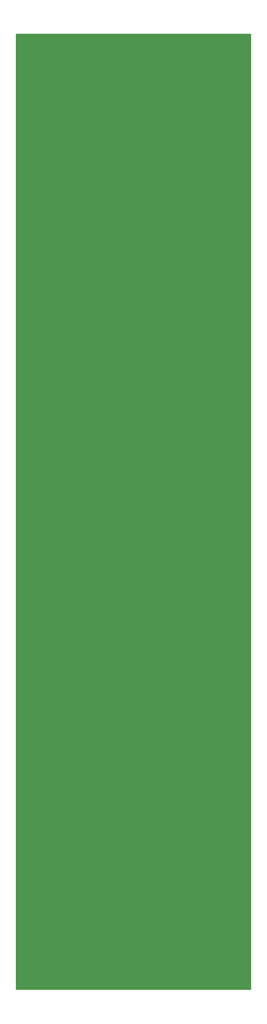
<source format=gbr>
%TF.GenerationSoftware,KiCad,Pcbnew,8.0.2*%
%TF.CreationDate,2024-06-03T22:39:04+02:00*%
%TF.ProjectId,Buffered Mult,42756666-6572-4656-9420-4d756c742e6b,1*%
%TF.SameCoordinates,Original*%
%TF.FileFunction,Copper,L1,Top*%
%TF.FilePolarity,Positive*%
%FSLAX46Y46*%
G04 Gerber Fmt 4.6, Leading zero omitted, Abs format (unit mm)*
G04 Created by KiCad (PCBNEW 8.0.2) date 2024-06-03 22:39:04*
%MOMM*%
%LPD*%
G01*
G04 APERTURE LIST*
%TA.AperFunction,ComponentPad*%
%ADD10C,0.500000*%
%TD*%
%TA.AperFunction,ConnectorPad*%
%ADD11C,13.000000*%
%TD*%
%TA.AperFunction,ComponentPad*%
%ADD12C,4.000000*%
%TD*%
G04 APERTURE END LIST*
D10*
%TO.P,H18,1,1*%
%TO.N,GND*%
X104300000Y-189500000D03*
X105960000Y-185470000D03*
X105970000Y-193540000D03*
X110000000Y-183800000D03*
D11*
X110000000Y-189500000D03*
D10*
X110000000Y-195200000D03*
X114030000Y-193540000D03*
X114040000Y-185470000D03*
X115700000Y-189500000D03*
%TD*%
%TO.P,H17,1,1*%
%TO.N,GND*%
X84300000Y-189500000D03*
X85960000Y-185470000D03*
X85970000Y-193540000D03*
X90000000Y-183800000D03*
D11*
X90000000Y-189500000D03*
D10*
X90000000Y-195200000D03*
X94030000Y-193540000D03*
X94040000Y-185470000D03*
X95700000Y-189500000D03*
%TD*%
%TO.P,H15,1,1*%
%TO.N,GND*%
X84300000Y-173000000D03*
X85960000Y-168970000D03*
X85970000Y-177040000D03*
X90000000Y-167300000D03*
D11*
X90000000Y-173000000D03*
D10*
X90000000Y-178700000D03*
X94030000Y-177040000D03*
X94040000Y-168970000D03*
X95700000Y-173000000D03*
%TD*%
%TO.P,H16,1,1*%
%TO.N,GND*%
X104300000Y-173000000D03*
X105960000Y-168970000D03*
X105970000Y-177040000D03*
X110000000Y-167300000D03*
D11*
X110000000Y-173000000D03*
D10*
X110000000Y-178700000D03*
X114030000Y-177040000D03*
X114040000Y-168970000D03*
X115700000Y-173000000D03*
%TD*%
%TO.P,H20,1,1*%
%TO.N,GND*%
X104300000Y-206000000D03*
X105960000Y-201970000D03*
X105970000Y-210040000D03*
X110000000Y-200300000D03*
D11*
X110000000Y-206000000D03*
D10*
X110000000Y-211700000D03*
X114030000Y-210040000D03*
X114040000Y-201970000D03*
X115700000Y-206000000D03*
%TD*%
%TO.P,H19,1,1*%
%TO.N,GND*%
X84300000Y-206000000D03*
X85960000Y-201970000D03*
X85970000Y-210040000D03*
X90000000Y-200300000D03*
D11*
X90000000Y-206000000D03*
D10*
X90000000Y-211700000D03*
X94030000Y-210040000D03*
X94040000Y-201970000D03*
X95700000Y-206000000D03*
%TD*%
%TO.P,H7,1,1*%
%TO.N,GND*%
X84300000Y-70500000D03*
X85960000Y-66470000D03*
X85970000Y-74540000D03*
X90000000Y-64800000D03*
D11*
X90000000Y-70500000D03*
D10*
X90000000Y-76200000D03*
X94030000Y-74540000D03*
X94040000Y-66470000D03*
X95700000Y-70500000D03*
%TD*%
%TO.P,H11,1,1*%
%TO.N,GND*%
X84300000Y-103500000D03*
X85960000Y-99470000D03*
X85970000Y-107540000D03*
X90000000Y-97800000D03*
D11*
X90000000Y-103500000D03*
D10*
X90000000Y-109200000D03*
X94030000Y-107540000D03*
X94040000Y-99470000D03*
X95700000Y-103500000D03*
%TD*%
%TO.P,H12,1,1*%
%TO.N,GND*%
X104300000Y-103500000D03*
X105960000Y-99470000D03*
X105970000Y-107540000D03*
X110000000Y-97800000D03*
D11*
X110000000Y-103500000D03*
D10*
X110000000Y-109200000D03*
X114030000Y-107540000D03*
X114040000Y-99470000D03*
X115700000Y-103500000D03*
%TD*%
%TO.P,H9,1,1*%
%TO.N,GND*%
X84300000Y-87000000D03*
X85960000Y-82970000D03*
X85970000Y-91040000D03*
X90000000Y-81300000D03*
D11*
X90000000Y-87000000D03*
D10*
X90000000Y-92700000D03*
X94030000Y-91040000D03*
X94040000Y-82970000D03*
X95700000Y-87000000D03*
%TD*%
%TO.P,H8,1,1*%
%TO.N,GND*%
X104300000Y-70500000D03*
X105960000Y-66470000D03*
X105970000Y-74540000D03*
X110000000Y-64800000D03*
D11*
X110000000Y-70500000D03*
D10*
X110000000Y-76200000D03*
X114030000Y-74540000D03*
X114040000Y-66470000D03*
X115700000Y-70500000D03*
%TD*%
%TO.P,H10,1,1*%
%TO.N,GND*%
X104300000Y-87000000D03*
X105960000Y-82970000D03*
X105970000Y-91040000D03*
X110000000Y-81300000D03*
D11*
X110000000Y-87000000D03*
D10*
X110000000Y-92700000D03*
X114030000Y-91040000D03*
X114040000Y-82970000D03*
X115700000Y-87000000D03*
%TD*%
D12*
%TO.P,H2,1,1*%
%TO.N,GND*%
X121500000Y-33500000D03*
%TD*%
D10*
%TO.P,H5,1,1*%
%TO.N,GND*%
X84300000Y-54000000D03*
X85960000Y-49970000D03*
X85970000Y-58040000D03*
X90000000Y-48300000D03*
D11*
X90000000Y-54000000D03*
D10*
X90000000Y-59700000D03*
X94030000Y-58040000D03*
X94040000Y-49970000D03*
X95700000Y-54000000D03*
%TD*%
%TO.P,H6,1,1*%
%TO.N,GND*%
X104300000Y-54000000D03*
X105960000Y-49970000D03*
X105970000Y-58040000D03*
X110000000Y-48300000D03*
D11*
X110000000Y-54000000D03*
D10*
X110000000Y-59700000D03*
X114030000Y-58040000D03*
X114040000Y-49970000D03*
X115700000Y-54000000D03*
%TD*%
D12*
%TO.P,H3,1,1*%
%TO.N,GND*%
X78500000Y-226500000D03*
%TD*%
D10*
%TO.P,H14,1,1*%
%TO.N,GND*%
X104300000Y-156500000D03*
X105960000Y-152470000D03*
X105970000Y-160540000D03*
X110000000Y-150800000D03*
D11*
X110000000Y-156500000D03*
D10*
X110000000Y-162200000D03*
X114030000Y-160540000D03*
X114040000Y-152470000D03*
X115700000Y-156500000D03*
%TD*%
D12*
%TO.P,H4,1,1*%
%TO.N,GND*%
X121500000Y-226500000D03*
%TD*%
D10*
%TO.P,H13,1,1*%
%TO.N,GND*%
X84300000Y-156500000D03*
X85960000Y-152470000D03*
X85970000Y-160540000D03*
X90000000Y-150800000D03*
D11*
X90000000Y-156500000D03*
D10*
X90000000Y-162200000D03*
X94030000Y-160540000D03*
X94040000Y-152470000D03*
X95700000Y-156500000D03*
%TD*%
D12*
%TO.P,H1,1,1*%
%TO.N,GND*%
X78500000Y-33500000D03*
%TD*%
%TA.AperFunction,Conductor*%
%TO.N,GND*%
G36*
X124442539Y-30520185D02*
G01*
X124488294Y-30572989D01*
X124499500Y-30624500D01*
X124499500Y-229375500D01*
X124479815Y-229442539D01*
X124427011Y-229488294D01*
X124375500Y-229499500D01*
X75624500Y-229499500D01*
X75557461Y-229479815D01*
X75511706Y-229427011D01*
X75500500Y-229375500D01*
X75500500Y-205999993D01*
X84594630Y-205999993D01*
X84594630Y-206000006D01*
X84614101Y-206458394D01*
X84672381Y-206913513D01*
X84769043Y-207362028D01*
X84903399Y-207800746D01*
X84903401Y-207800751D01*
X85074468Y-208226468D01*
X85074472Y-208226479D01*
X85281026Y-208636154D01*
X85281037Y-208636174D01*
X85401317Y-208831521D01*
X85521599Y-209026871D01*
X85794429Y-209395762D01*
X86097560Y-209740186D01*
X86428809Y-210057662D01*
X86785788Y-210345902D01*
X87165925Y-210602830D01*
X87566482Y-210826595D01*
X87566485Y-210826596D01*
X87566494Y-210826601D01*
X87984566Y-211015581D01*
X87984573Y-211015584D01*
X88417185Y-211168435D01*
X88861201Y-211284048D01*
X89313422Y-211361589D01*
X89454946Y-211373634D01*
X89770571Y-211400499D01*
X89770588Y-211400499D01*
X89770590Y-211400500D01*
X89770591Y-211400500D01*
X90229409Y-211400500D01*
X90229410Y-211400500D01*
X90229411Y-211400499D01*
X90229428Y-211400499D01*
X90501523Y-211377339D01*
X90686578Y-211361589D01*
X91138799Y-211284048D01*
X91582815Y-211168435D01*
X92015427Y-211015584D01*
X92433518Y-210826595D01*
X92834075Y-210602830D01*
X93214212Y-210345902D01*
X93571191Y-210057662D01*
X93902440Y-209740186D01*
X94205571Y-209395762D01*
X94478401Y-209026871D01*
X94718964Y-208636172D01*
X94925527Y-208226479D01*
X95096601Y-207800744D01*
X95230955Y-207362035D01*
X95327619Y-206913512D01*
X95385897Y-206458407D01*
X95405370Y-206000000D01*
X95405370Y-205999993D01*
X104594630Y-205999993D01*
X104594630Y-206000006D01*
X104614101Y-206458394D01*
X104672381Y-206913513D01*
X104769043Y-207362028D01*
X104903399Y-207800746D01*
X104903401Y-207800751D01*
X105074468Y-208226468D01*
X105074472Y-208226479D01*
X105281026Y-208636154D01*
X105281037Y-208636174D01*
X105401317Y-208831521D01*
X105521599Y-209026871D01*
X105794429Y-209395762D01*
X106097560Y-209740186D01*
X106428809Y-210057662D01*
X106785788Y-210345902D01*
X107165925Y-210602830D01*
X107566482Y-210826595D01*
X107566485Y-210826596D01*
X107566494Y-210826601D01*
X107984566Y-211015581D01*
X107984573Y-211015584D01*
X108417185Y-211168435D01*
X108861201Y-211284048D01*
X109313422Y-211361589D01*
X109454946Y-211373634D01*
X109770571Y-211400499D01*
X109770588Y-211400499D01*
X109770590Y-211400500D01*
X109770591Y-211400500D01*
X110229409Y-211400500D01*
X110229410Y-211400500D01*
X110229411Y-211400499D01*
X110229428Y-211400499D01*
X110501523Y-211377339D01*
X110686578Y-211361589D01*
X111138799Y-211284048D01*
X111582815Y-211168435D01*
X112015427Y-211015584D01*
X112433518Y-210826595D01*
X112834075Y-210602830D01*
X113214212Y-210345902D01*
X113571191Y-210057662D01*
X113902440Y-209740186D01*
X114205571Y-209395762D01*
X114478401Y-209026871D01*
X114718964Y-208636172D01*
X114925527Y-208226479D01*
X115096601Y-207800744D01*
X115230955Y-207362035D01*
X115327619Y-206913512D01*
X115385897Y-206458407D01*
X115405370Y-206000000D01*
X115385897Y-205541593D01*
X115327619Y-205086488D01*
X115230955Y-204637965D01*
X115096601Y-204199256D01*
X114925527Y-203773521D01*
X114925527Y-203773520D01*
X114718973Y-203363845D01*
X114718962Y-203363825D01*
X114667601Y-203280410D01*
X114478401Y-202973129D01*
X114205571Y-202604238D01*
X113902440Y-202259814D01*
X113571191Y-201942338D01*
X113214212Y-201654098D01*
X112834075Y-201397170D01*
X112811723Y-201384683D01*
X112433526Y-201173409D01*
X112433505Y-201173398D01*
X112015433Y-200984418D01*
X111582810Y-200831563D01*
X111138797Y-200715951D01*
X110686588Y-200638412D01*
X110686562Y-200638409D01*
X110229428Y-200599500D01*
X110229410Y-200599500D01*
X109770590Y-200599500D01*
X109770571Y-200599500D01*
X109313437Y-200638409D01*
X109313411Y-200638412D01*
X108861202Y-200715951D01*
X108417189Y-200831563D01*
X107984566Y-200984418D01*
X107566494Y-201173398D01*
X107566473Y-201173409D01*
X107165933Y-201397165D01*
X107165914Y-201397177D01*
X106785793Y-201654094D01*
X106428806Y-201942340D01*
X106097559Y-202259814D01*
X105794435Y-202604230D01*
X105521598Y-202973130D01*
X105281037Y-203363825D01*
X105281026Y-203363845D01*
X105074472Y-203773520D01*
X105074468Y-203773531D01*
X104903401Y-204199248D01*
X104903399Y-204199253D01*
X104769043Y-204637971D01*
X104672381Y-205086486D01*
X104614101Y-205541605D01*
X104594630Y-205999993D01*
X95405370Y-205999993D01*
X95385897Y-205541593D01*
X95327619Y-205086488D01*
X95230955Y-204637965D01*
X95096601Y-204199256D01*
X94925527Y-203773521D01*
X94925527Y-203773520D01*
X94718973Y-203363845D01*
X94718962Y-203363825D01*
X94667601Y-203280410D01*
X94478401Y-202973129D01*
X94205571Y-202604238D01*
X93902440Y-202259814D01*
X93571191Y-201942338D01*
X93214212Y-201654098D01*
X92834075Y-201397170D01*
X92811723Y-201384683D01*
X92433526Y-201173409D01*
X92433505Y-201173398D01*
X92015433Y-200984418D01*
X91582810Y-200831563D01*
X91138797Y-200715951D01*
X90686588Y-200638412D01*
X90686562Y-200638409D01*
X90229428Y-200599500D01*
X90229410Y-200599500D01*
X89770590Y-200599500D01*
X89770571Y-200599500D01*
X89313437Y-200638409D01*
X89313411Y-200638412D01*
X88861202Y-200715951D01*
X88417189Y-200831563D01*
X87984566Y-200984418D01*
X87566494Y-201173398D01*
X87566473Y-201173409D01*
X87165933Y-201397165D01*
X87165914Y-201397177D01*
X86785793Y-201654094D01*
X86428806Y-201942340D01*
X86097559Y-202259814D01*
X85794435Y-202604230D01*
X85521598Y-202973130D01*
X85281037Y-203363825D01*
X85281026Y-203363845D01*
X85074472Y-203773520D01*
X85074468Y-203773531D01*
X84903401Y-204199248D01*
X84903399Y-204199253D01*
X84769043Y-204637971D01*
X84672381Y-205086486D01*
X84614101Y-205541605D01*
X84594630Y-205999993D01*
X75500500Y-205999993D01*
X75500500Y-189499993D01*
X84594630Y-189499993D01*
X84594630Y-189500006D01*
X84614101Y-189958394D01*
X84672381Y-190413513D01*
X84769043Y-190862028D01*
X84903399Y-191300746D01*
X84903401Y-191300751D01*
X85074468Y-191726468D01*
X85074472Y-191726479D01*
X85281026Y-192136154D01*
X85281037Y-192136174D01*
X85401317Y-192331521D01*
X85521599Y-192526871D01*
X85794429Y-192895762D01*
X86097560Y-193240186D01*
X86428809Y-193557662D01*
X86785788Y-193845902D01*
X87165925Y-194102830D01*
X87566482Y-194326595D01*
X87566485Y-194326596D01*
X87566494Y-194326601D01*
X87984566Y-194515581D01*
X87984573Y-194515584D01*
X88417185Y-194668435D01*
X88861201Y-194784048D01*
X89313422Y-194861589D01*
X89454946Y-194873634D01*
X89770571Y-194900499D01*
X89770588Y-194900499D01*
X89770590Y-194900500D01*
X89770591Y-194900500D01*
X90229409Y-194900500D01*
X90229410Y-194900500D01*
X90229411Y-194900499D01*
X90229428Y-194900499D01*
X90501523Y-194877339D01*
X90686578Y-194861589D01*
X91138799Y-194784048D01*
X91582815Y-194668435D01*
X92015427Y-194515584D01*
X92433518Y-194326595D01*
X92834075Y-194102830D01*
X93214212Y-193845902D01*
X93571191Y-193557662D01*
X93902440Y-193240186D01*
X94205571Y-192895762D01*
X94478401Y-192526871D01*
X94718964Y-192136172D01*
X94925527Y-191726479D01*
X95096601Y-191300744D01*
X95230955Y-190862035D01*
X95327619Y-190413512D01*
X95385897Y-189958407D01*
X95405370Y-189500000D01*
X95405370Y-189499993D01*
X104594630Y-189499993D01*
X104594630Y-189500006D01*
X104614101Y-189958394D01*
X104672381Y-190413513D01*
X104769043Y-190862028D01*
X104903399Y-191300746D01*
X104903401Y-191300751D01*
X105074468Y-191726468D01*
X105074472Y-191726479D01*
X105281026Y-192136154D01*
X105281037Y-192136174D01*
X105401317Y-192331521D01*
X105521599Y-192526871D01*
X105794429Y-192895762D01*
X106097560Y-193240186D01*
X106428809Y-193557662D01*
X106785788Y-193845902D01*
X107165925Y-194102830D01*
X107566482Y-194326595D01*
X107566485Y-194326596D01*
X107566494Y-194326601D01*
X107984566Y-194515581D01*
X107984573Y-194515584D01*
X108417185Y-194668435D01*
X108861201Y-194784048D01*
X109313422Y-194861589D01*
X109454946Y-194873634D01*
X109770571Y-194900499D01*
X109770588Y-194900499D01*
X109770590Y-194900500D01*
X109770591Y-194900500D01*
X110229409Y-194900500D01*
X110229410Y-194900500D01*
X110229411Y-194900499D01*
X110229428Y-194900499D01*
X110501523Y-194877339D01*
X110686578Y-194861589D01*
X111138799Y-194784048D01*
X111582815Y-194668435D01*
X112015427Y-194515584D01*
X112433518Y-194326595D01*
X112834075Y-194102830D01*
X113214212Y-193845902D01*
X113571191Y-193557662D01*
X113902440Y-193240186D01*
X114205571Y-192895762D01*
X114478401Y-192526871D01*
X114718964Y-192136172D01*
X114925527Y-191726479D01*
X115096601Y-191300744D01*
X115230955Y-190862035D01*
X115327619Y-190413512D01*
X115385897Y-189958407D01*
X115405370Y-189500000D01*
X115385897Y-189041593D01*
X115327619Y-188586488D01*
X115230955Y-188137965D01*
X115096601Y-187699256D01*
X114925527Y-187273521D01*
X114925527Y-187273520D01*
X114718973Y-186863845D01*
X114718962Y-186863825D01*
X114667601Y-186780410D01*
X114478401Y-186473129D01*
X114205571Y-186104238D01*
X113902440Y-185759814D01*
X113571191Y-185442338D01*
X113214212Y-185154098D01*
X112834075Y-184897170D01*
X112811723Y-184884683D01*
X112433526Y-184673409D01*
X112433505Y-184673398D01*
X112015433Y-184484418D01*
X111582810Y-184331563D01*
X111138797Y-184215951D01*
X110686588Y-184138412D01*
X110686562Y-184138409D01*
X110229428Y-184099500D01*
X110229410Y-184099500D01*
X109770590Y-184099500D01*
X109770571Y-184099500D01*
X109313437Y-184138409D01*
X109313411Y-184138412D01*
X108861202Y-184215951D01*
X108417189Y-184331563D01*
X107984566Y-184484418D01*
X107566494Y-184673398D01*
X107566473Y-184673409D01*
X107165933Y-184897165D01*
X107165914Y-184897177D01*
X106785793Y-185154094D01*
X106428806Y-185442340D01*
X106097559Y-185759814D01*
X105794435Y-186104230D01*
X105521598Y-186473130D01*
X105281037Y-186863825D01*
X105281026Y-186863845D01*
X105074472Y-187273520D01*
X105074468Y-187273531D01*
X104903401Y-187699248D01*
X104903399Y-187699253D01*
X104769043Y-188137971D01*
X104672381Y-188586486D01*
X104614101Y-189041605D01*
X104594630Y-189499993D01*
X95405370Y-189499993D01*
X95385897Y-189041593D01*
X95327619Y-188586488D01*
X95230955Y-188137965D01*
X95096601Y-187699256D01*
X94925527Y-187273521D01*
X94925527Y-187273520D01*
X94718973Y-186863845D01*
X94718962Y-186863825D01*
X94667601Y-186780410D01*
X94478401Y-186473129D01*
X94205571Y-186104238D01*
X93902440Y-185759814D01*
X93571191Y-185442338D01*
X93214212Y-185154098D01*
X92834075Y-184897170D01*
X92811723Y-184884683D01*
X92433526Y-184673409D01*
X92433505Y-184673398D01*
X92015433Y-184484418D01*
X91582810Y-184331563D01*
X91138797Y-184215951D01*
X90686588Y-184138412D01*
X90686562Y-184138409D01*
X90229428Y-184099500D01*
X90229410Y-184099500D01*
X89770590Y-184099500D01*
X89770571Y-184099500D01*
X89313437Y-184138409D01*
X89313411Y-184138412D01*
X88861202Y-184215951D01*
X88417189Y-184331563D01*
X87984566Y-184484418D01*
X87566494Y-184673398D01*
X87566473Y-184673409D01*
X87165933Y-184897165D01*
X87165914Y-184897177D01*
X86785793Y-185154094D01*
X86428806Y-185442340D01*
X86097559Y-185759814D01*
X85794435Y-186104230D01*
X85521598Y-186473130D01*
X85281037Y-186863825D01*
X85281026Y-186863845D01*
X85074472Y-187273520D01*
X85074468Y-187273531D01*
X84903401Y-187699248D01*
X84903399Y-187699253D01*
X84769043Y-188137971D01*
X84672381Y-188586486D01*
X84614101Y-189041605D01*
X84594630Y-189499993D01*
X75500500Y-189499993D01*
X75500500Y-172999993D01*
X84594630Y-172999993D01*
X84594630Y-173000006D01*
X84614101Y-173458394D01*
X84672381Y-173913513D01*
X84769043Y-174362028D01*
X84903399Y-174800746D01*
X84903401Y-174800751D01*
X85074468Y-175226468D01*
X85074472Y-175226479D01*
X85281026Y-175636154D01*
X85281037Y-175636174D01*
X85401317Y-175831521D01*
X85521599Y-176026871D01*
X85794429Y-176395762D01*
X86097560Y-176740186D01*
X86428809Y-177057662D01*
X86785788Y-177345902D01*
X87165925Y-177602830D01*
X87566482Y-177826595D01*
X87566485Y-177826596D01*
X87566494Y-177826601D01*
X87984566Y-178015581D01*
X87984573Y-178015584D01*
X88417185Y-178168435D01*
X88861201Y-178284048D01*
X89313422Y-178361589D01*
X89454946Y-178373634D01*
X89770571Y-178400499D01*
X89770588Y-178400499D01*
X89770590Y-178400500D01*
X89770591Y-178400500D01*
X90229409Y-178400500D01*
X90229410Y-178400500D01*
X90229411Y-178400499D01*
X90229428Y-178400499D01*
X90501523Y-178377339D01*
X90686578Y-178361589D01*
X91138799Y-178284048D01*
X91582815Y-178168435D01*
X92015427Y-178015584D01*
X92433518Y-177826595D01*
X92834075Y-177602830D01*
X93214212Y-177345902D01*
X93571191Y-177057662D01*
X93902440Y-176740186D01*
X94205571Y-176395762D01*
X94478401Y-176026871D01*
X94718964Y-175636172D01*
X94925527Y-175226479D01*
X95096601Y-174800744D01*
X95230955Y-174362035D01*
X95327619Y-173913512D01*
X95385897Y-173458407D01*
X95405370Y-173000000D01*
X95405370Y-172999993D01*
X104594630Y-172999993D01*
X104594630Y-173000006D01*
X104614101Y-173458394D01*
X104672381Y-173913513D01*
X104769043Y-174362028D01*
X104903399Y-174800746D01*
X104903401Y-174800751D01*
X105074468Y-175226468D01*
X105074472Y-175226479D01*
X105281026Y-175636154D01*
X105281037Y-175636174D01*
X105401317Y-175831521D01*
X105521599Y-176026871D01*
X105794429Y-176395762D01*
X106097560Y-176740186D01*
X106428809Y-177057662D01*
X106785788Y-177345902D01*
X107165925Y-177602830D01*
X107566482Y-177826595D01*
X107566485Y-177826596D01*
X107566494Y-177826601D01*
X107984566Y-178015581D01*
X107984573Y-178015584D01*
X108417185Y-178168435D01*
X108861201Y-178284048D01*
X109313422Y-178361589D01*
X109454946Y-178373634D01*
X109770571Y-178400499D01*
X109770588Y-178400499D01*
X109770590Y-178400500D01*
X109770591Y-178400500D01*
X110229409Y-178400500D01*
X110229410Y-178400500D01*
X110229411Y-178400499D01*
X110229428Y-178400499D01*
X110501523Y-178377339D01*
X110686578Y-178361589D01*
X111138799Y-178284048D01*
X111582815Y-178168435D01*
X112015427Y-178015584D01*
X112433518Y-177826595D01*
X112834075Y-177602830D01*
X113214212Y-177345902D01*
X113571191Y-177057662D01*
X113902440Y-176740186D01*
X114205571Y-176395762D01*
X114478401Y-176026871D01*
X114718964Y-175636172D01*
X114925527Y-175226479D01*
X115096601Y-174800744D01*
X115230955Y-174362035D01*
X115327619Y-173913512D01*
X115385897Y-173458407D01*
X115405370Y-173000000D01*
X115385897Y-172541593D01*
X115327619Y-172086488D01*
X115230955Y-171637965D01*
X115096601Y-171199256D01*
X114925527Y-170773521D01*
X114925527Y-170773520D01*
X114718973Y-170363845D01*
X114718962Y-170363825D01*
X114667601Y-170280410D01*
X114478401Y-169973129D01*
X114205571Y-169604238D01*
X113902440Y-169259814D01*
X113571191Y-168942338D01*
X113214212Y-168654098D01*
X112834075Y-168397170D01*
X112811723Y-168384683D01*
X112433526Y-168173409D01*
X112433505Y-168173398D01*
X112015433Y-167984418D01*
X111582810Y-167831563D01*
X111138797Y-167715951D01*
X110686588Y-167638412D01*
X110686562Y-167638409D01*
X110229428Y-167599500D01*
X110229410Y-167599500D01*
X109770590Y-167599500D01*
X109770571Y-167599500D01*
X109313437Y-167638409D01*
X109313411Y-167638412D01*
X108861202Y-167715951D01*
X108417189Y-167831563D01*
X107984566Y-167984418D01*
X107566494Y-168173398D01*
X107566473Y-168173409D01*
X107165933Y-168397165D01*
X107165914Y-168397177D01*
X106785793Y-168654094D01*
X106428806Y-168942340D01*
X106097559Y-169259814D01*
X105794435Y-169604230D01*
X105521598Y-169973130D01*
X105281037Y-170363825D01*
X105281026Y-170363845D01*
X105074472Y-170773520D01*
X105074468Y-170773531D01*
X104903401Y-171199248D01*
X104903399Y-171199253D01*
X104769043Y-171637971D01*
X104672381Y-172086486D01*
X104614101Y-172541605D01*
X104594630Y-172999993D01*
X95405370Y-172999993D01*
X95385897Y-172541593D01*
X95327619Y-172086488D01*
X95230955Y-171637965D01*
X95096601Y-171199256D01*
X94925527Y-170773521D01*
X94925527Y-170773520D01*
X94718973Y-170363845D01*
X94718962Y-170363825D01*
X94667601Y-170280410D01*
X94478401Y-169973129D01*
X94205571Y-169604238D01*
X93902440Y-169259814D01*
X93571191Y-168942338D01*
X93214212Y-168654098D01*
X92834075Y-168397170D01*
X92811723Y-168384683D01*
X92433526Y-168173409D01*
X92433505Y-168173398D01*
X92015433Y-167984418D01*
X91582810Y-167831563D01*
X91138797Y-167715951D01*
X90686588Y-167638412D01*
X90686562Y-167638409D01*
X90229428Y-167599500D01*
X90229410Y-167599500D01*
X89770590Y-167599500D01*
X89770571Y-167599500D01*
X89313437Y-167638409D01*
X89313411Y-167638412D01*
X88861202Y-167715951D01*
X88417189Y-167831563D01*
X87984566Y-167984418D01*
X87566494Y-168173398D01*
X87566473Y-168173409D01*
X87165933Y-168397165D01*
X87165914Y-168397177D01*
X86785793Y-168654094D01*
X86428806Y-168942340D01*
X86097559Y-169259814D01*
X85794435Y-169604230D01*
X85521598Y-169973130D01*
X85281037Y-170363825D01*
X85281026Y-170363845D01*
X85074472Y-170773520D01*
X85074468Y-170773531D01*
X84903401Y-171199248D01*
X84903399Y-171199253D01*
X84769043Y-171637971D01*
X84672381Y-172086486D01*
X84614101Y-172541605D01*
X84594630Y-172999993D01*
X75500500Y-172999993D01*
X75500500Y-156499993D01*
X84594630Y-156499993D01*
X84594630Y-156500006D01*
X84614101Y-156958394D01*
X84672381Y-157413513D01*
X84769043Y-157862028D01*
X84903399Y-158300746D01*
X84903401Y-158300751D01*
X85074468Y-158726468D01*
X85074472Y-158726479D01*
X85281026Y-159136154D01*
X85281037Y-159136174D01*
X85401317Y-159331521D01*
X85521599Y-159526871D01*
X85794429Y-159895762D01*
X86097560Y-160240186D01*
X86428809Y-160557662D01*
X86785788Y-160845902D01*
X87165925Y-161102830D01*
X87566482Y-161326595D01*
X87566485Y-161326596D01*
X87566494Y-161326601D01*
X87984566Y-161515581D01*
X87984573Y-161515584D01*
X88417185Y-161668435D01*
X88861201Y-161784048D01*
X89313422Y-161861589D01*
X89454946Y-161873634D01*
X89770571Y-161900499D01*
X89770588Y-161900499D01*
X89770590Y-161900500D01*
X89770591Y-161900500D01*
X90229409Y-161900500D01*
X90229410Y-161900500D01*
X90229411Y-161900499D01*
X90229428Y-161900499D01*
X90501523Y-161877339D01*
X90686578Y-161861589D01*
X91138799Y-161784048D01*
X91582815Y-161668435D01*
X92015427Y-161515584D01*
X92433518Y-161326595D01*
X92834075Y-161102830D01*
X93214212Y-160845902D01*
X93571191Y-160557662D01*
X93902440Y-160240186D01*
X94205571Y-159895762D01*
X94478401Y-159526871D01*
X94718964Y-159136172D01*
X94925527Y-158726479D01*
X95096601Y-158300744D01*
X95230955Y-157862035D01*
X95327619Y-157413512D01*
X95385897Y-156958407D01*
X95405370Y-156500000D01*
X95405370Y-156499993D01*
X104594630Y-156499993D01*
X104594630Y-156500006D01*
X104614101Y-156958394D01*
X104672381Y-157413513D01*
X104769043Y-157862028D01*
X104903399Y-158300746D01*
X104903401Y-158300751D01*
X105074468Y-158726468D01*
X105074472Y-158726479D01*
X105281026Y-159136154D01*
X105281037Y-159136174D01*
X105401317Y-159331521D01*
X105521599Y-159526871D01*
X105794429Y-159895762D01*
X106097560Y-160240186D01*
X106428809Y-160557662D01*
X106785788Y-160845902D01*
X107165925Y-161102830D01*
X107566482Y-161326595D01*
X107566485Y-161326596D01*
X107566494Y-161326601D01*
X107984566Y-161515581D01*
X107984573Y-161515584D01*
X108417185Y-161668435D01*
X108861201Y-161784048D01*
X109313422Y-161861589D01*
X109454946Y-161873634D01*
X109770571Y-161900499D01*
X109770588Y-161900499D01*
X109770590Y-161900500D01*
X109770591Y-161900500D01*
X110229409Y-161900500D01*
X110229410Y-161900500D01*
X110229411Y-161900499D01*
X110229428Y-161900499D01*
X110501523Y-161877339D01*
X110686578Y-161861589D01*
X111138799Y-161784048D01*
X111582815Y-161668435D01*
X112015427Y-161515584D01*
X112433518Y-161326595D01*
X112834075Y-161102830D01*
X113214212Y-160845902D01*
X113571191Y-160557662D01*
X113902440Y-160240186D01*
X114205571Y-159895762D01*
X114478401Y-159526871D01*
X114718964Y-159136172D01*
X114925527Y-158726479D01*
X115096601Y-158300744D01*
X115230955Y-157862035D01*
X115327619Y-157413512D01*
X115385897Y-156958407D01*
X115405370Y-156500000D01*
X115385897Y-156041593D01*
X115327619Y-155586488D01*
X115230955Y-155137965D01*
X115096601Y-154699256D01*
X114925527Y-154273521D01*
X114925527Y-154273520D01*
X114718973Y-153863845D01*
X114718962Y-153863825D01*
X114667601Y-153780410D01*
X114478401Y-153473129D01*
X114205571Y-153104238D01*
X113902440Y-152759814D01*
X113571191Y-152442338D01*
X113214212Y-152154098D01*
X112834075Y-151897170D01*
X112811723Y-151884683D01*
X112433526Y-151673409D01*
X112433505Y-151673398D01*
X112015433Y-151484418D01*
X111582810Y-151331563D01*
X111138797Y-151215951D01*
X110686588Y-151138412D01*
X110686562Y-151138409D01*
X110229428Y-151099500D01*
X110229410Y-151099500D01*
X109770590Y-151099500D01*
X109770571Y-151099500D01*
X109313437Y-151138409D01*
X109313411Y-151138412D01*
X108861202Y-151215951D01*
X108417189Y-151331563D01*
X107984566Y-151484418D01*
X107566494Y-151673398D01*
X107566473Y-151673409D01*
X107165933Y-151897165D01*
X107165914Y-151897177D01*
X106785793Y-152154094D01*
X106428806Y-152442340D01*
X106097559Y-152759814D01*
X105794435Y-153104230D01*
X105521598Y-153473130D01*
X105281037Y-153863825D01*
X105281026Y-153863845D01*
X105074472Y-154273520D01*
X105074468Y-154273531D01*
X104903401Y-154699248D01*
X104903399Y-154699253D01*
X104769043Y-155137971D01*
X104672381Y-155586486D01*
X104614101Y-156041605D01*
X104594630Y-156499993D01*
X95405370Y-156499993D01*
X95385897Y-156041593D01*
X95327619Y-155586488D01*
X95230955Y-155137965D01*
X95096601Y-154699256D01*
X94925527Y-154273521D01*
X94925527Y-154273520D01*
X94718973Y-153863845D01*
X94718962Y-153863825D01*
X94667601Y-153780410D01*
X94478401Y-153473129D01*
X94205571Y-153104238D01*
X93902440Y-152759814D01*
X93571191Y-152442338D01*
X93214212Y-152154098D01*
X92834075Y-151897170D01*
X92811723Y-151884683D01*
X92433526Y-151673409D01*
X92433505Y-151673398D01*
X92015433Y-151484418D01*
X91582810Y-151331563D01*
X91138797Y-151215951D01*
X90686588Y-151138412D01*
X90686562Y-151138409D01*
X90229428Y-151099500D01*
X90229410Y-151099500D01*
X89770590Y-151099500D01*
X89770571Y-151099500D01*
X89313437Y-151138409D01*
X89313411Y-151138412D01*
X88861202Y-151215951D01*
X88417189Y-151331563D01*
X87984566Y-151484418D01*
X87566494Y-151673398D01*
X87566473Y-151673409D01*
X87165933Y-151897165D01*
X87165914Y-151897177D01*
X86785793Y-152154094D01*
X86428806Y-152442340D01*
X86097559Y-152759814D01*
X85794435Y-153104230D01*
X85521598Y-153473130D01*
X85281037Y-153863825D01*
X85281026Y-153863845D01*
X85074472Y-154273520D01*
X85074468Y-154273531D01*
X84903401Y-154699248D01*
X84903399Y-154699253D01*
X84769043Y-155137971D01*
X84672381Y-155586486D01*
X84614101Y-156041605D01*
X84594630Y-156499993D01*
X75500500Y-156499993D01*
X75500500Y-103499993D01*
X84594630Y-103499993D01*
X84594630Y-103500006D01*
X84614101Y-103958394D01*
X84672381Y-104413513D01*
X84769043Y-104862028D01*
X84903399Y-105300746D01*
X84903401Y-105300751D01*
X85074468Y-105726468D01*
X85074472Y-105726479D01*
X85281026Y-106136154D01*
X85281037Y-106136174D01*
X85401317Y-106331521D01*
X85521599Y-106526871D01*
X85794429Y-106895762D01*
X86097560Y-107240186D01*
X86428809Y-107557662D01*
X86785788Y-107845902D01*
X87165925Y-108102830D01*
X87566482Y-108326595D01*
X87566485Y-108326596D01*
X87566494Y-108326601D01*
X87984566Y-108515581D01*
X87984573Y-108515584D01*
X88417185Y-108668435D01*
X88861201Y-108784048D01*
X89313422Y-108861589D01*
X89454946Y-108873634D01*
X89770571Y-108900499D01*
X89770588Y-108900499D01*
X89770590Y-108900500D01*
X89770591Y-108900500D01*
X90229409Y-108900500D01*
X90229410Y-108900500D01*
X90229411Y-108900499D01*
X90229428Y-108900499D01*
X90501523Y-108877339D01*
X90686578Y-108861589D01*
X91138799Y-108784048D01*
X91582815Y-108668435D01*
X92015427Y-108515584D01*
X92433518Y-108326595D01*
X92834075Y-108102830D01*
X93214212Y-107845902D01*
X93571191Y-107557662D01*
X93902440Y-107240186D01*
X94205571Y-106895762D01*
X94478401Y-106526871D01*
X94718964Y-106136172D01*
X94925527Y-105726479D01*
X95096601Y-105300744D01*
X95230955Y-104862035D01*
X95327619Y-104413512D01*
X95385897Y-103958407D01*
X95405370Y-103500000D01*
X95405370Y-103499993D01*
X104594630Y-103499993D01*
X104594630Y-103500006D01*
X104614101Y-103958394D01*
X104672381Y-104413513D01*
X104769043Y-104862028D01*
X104903399Y-105300746D01*
X104903401Y-105300751D01*
X105074468Y-105726468D01*
X105074472Y-105726479D01*
X105281026Y-106136154D01*
X105281037Y-106136174D01*
X105401317Y-106331521D01*
X105521599Y-106526871D01*
X105794429Y-106895762D01*
X106097560Y-107240186D01*
X106428809Y-107557662D01*
X106785788Y-107845902D01*
X107165925Y-108102830D01*
X107566482Y-108326595D01*
X107566485Y-108326596D01*
X107566494Y-108326601D01*
X107984566Y-108515581D01*
X107984573Y-108515584D01*
X108417185Y-108668435D01*
X108861201Y-108784048D01*
X109313422Y-108861589D01*
X109454946Y-108873634D01*
X109770571Y-108900499D01*
X109770588Y-108900499D01*
X109770590Y-108900500D01*
X109770591Y-108900500D01*
X110229409Y-108900500D01*
X110229410Y-108900500D01*
X110229411Y-108900499D01*
X110229428Y-108900499D01*
X110501523Y-108877339D01*
X110686578Y-108861589D01*
X111138799Y-108784048D01*
X111582815Y-108668435D01*
X112015427Y-108515584D01*
X112433518Y-108326595D01*
X112834075Y-108102830D01*
X113214212Y-107845902D01*
X113571191Y-107557662D01*
X113902440Y-107240186D01*
X114205571Y-106895762D01*
X114478401Y-106526871D01*
X114718964Y-106136172D01*
X114925527Y-105726479D01*
X115096601Y-105300744D01*
X115230955Y-104862035D01*
X115327619Y-104413512D01*
X115385897Y-103958407D01*
X115405370Y-103500000D01*
X115385897Y-103041593D01*
X115327619Y-102586488D01*
X115230955Y-102137965D01*
X115096601Y-101699256D01*
X114925527Y-101273521D01*
X114925527Y-101273520D01*
X114718973Y-100863845D01*
X114718962Y-100863825D01*
X114667601Y-100780410D01*
X114478401Y-100473129D01*
X114205571Y-100104238D01*
X113902440Y-99759814D01*
X113571191Y-99442338D01*
X113214212Y-99154098D01*
X112834075Y-98897170D01*
X112811723Y-98884683D01*
X112433526Y-98673409D01*
X112433505Y-98673398D01*
X112015433Y-98484418D01*
X111582810Y-98331563D01*
X111138797Y-98215951D01*
X110686588Y-98138412D01*
X110686562Y-98138409D01*
X110229428Y-98099500D01*
X110229410Y-98099500D01*
X109770590Y-98099500D01*
X109770571Y-98099500D01*
X109313437Y-98138409D01*
X109313411Y-98138412D01*
X108861202Y-98215951D01*
X108417189Y-98331563D01*
X107984566Y-98484418D01*
X107566494Y-98673398D01*
X107566473Y-98673409D01*
X107165933Y-98897165D01*
X107165914Y-98897177D01*
X106785793Y-99154094D01*
X106428806Y-99442340D01*
X106097559Y-99759814D01*
X105794435Y-100104230D01*
X105521598Y-100473130D01*
X105281037Y-100863825D01*
X105281026Y-100863845D01*
X105074472Y-101273520D01*
X105074468Y-101273531D01*
X104903401Y-101699248D01*
X104903399Y-101699253D01*
X104769043Y-102137971D01*
X104672381Y-102586486D01*
X104614101Y-103041605D01*
X104594630Y-103499993D01*
X95405370Y-103499993D01*
X95385897Y-103041593D01*
X95327619Y-102586488D01*
X95230955Y-102137965D01*
X95096601Y-101699256D01*
X94925527Y-101273521D01*
X94925527Y-101273520D01*
X94718973Y-100863845D01*
X94718962Y-100863825D01*
X94667601Y-100780410D01*
X94478401Y-100473129D01*
X94205571Y-100104238D01*
X93902440Y-99759814D01*
X93571191Y-99442338D01*
X93214212Y-99154098D01*
X92834075Y-98897170D01*
X92811723Y-98884683D01*
X92433526Y-98673409D01*
X92433505Y-98673398D01*
X92015433Y-98484418D01*
X91582810Y-98331563D01*
X91138797Y-98215951D01*
X90686588Y-98138412D01*
X90686562Y-98138409D01*
X90229428Y-98099500D01*
X90229410Y-98099500D01*
X89770590Y-98099500D01*
X89770571Y-98099500D01*
X89313437Y-98138409D01*
X89313411Y-98138412D01*
X88861202Y-98215951D01*
X88417189Y-98331563D01*
X87984566Y-98484418D01*
X87566494Y-98673398D01*
X87566473Y-98673409D01*
X87165933Y-98897165D01*
X87165914Y-98897177D01*
X86785793Y-99154094D01*
X86428806Y-99442340D01*
X86097559Y-99759814D01*
X85794435Y-100104230D01*
X85521598Y-100473130D01*
X85281037Y-100863825D01*
X85281026Y-100863845D01*
X85074472Y-101273520D01*
X85074468Y-101273531D01*
X84903401Y-101699248D01*
X84903399Y-101699253D01*
X84769043Y-102137971D01*
X84672381Y-102586486D01*
X84614101Y-103041605D01*
X84594630Y-103499993D01*
X75500500Y-103499993D01*
X75500500Y-86999993D01*
X84594630Y-86999993D01*
X84594630Y-87000006D01*
X84614101Y-87458394D01*
X84672381Y-87913513D01*
X84769043Y-88362028D01*
X84903399Y-88800746D01*
X84903401Y-88800751D01*
X85074468Y-89226468D01*
X85074472Y-89226479D01*
X85281026Y-89636154D01*
X85281037Y-89636174D01*
X85401317Y-89831521D01*
X85521599Y-90026871D01*
X85794429Y-90395762D01*
X86097560Y-90740186D01*
X86428809Y-91057662D01*
X86785788Y-91345902D01*
X87165925Y-91602830D01*
X87566482Y-91826595D01*
X87566485Y-91826596D01*
X87566494Y-91826601D01*
X87984566Y-92015581D01*
X87984573Y-92015584D01*
X88417185Y-92168435D01*
X88861201Y-92284048D01*
X89313422Y-92361589D01*
X89454946Y-92373634D01*
X89770571Y-92400499D01*
X89770588Y-92400499D01*
X89770590Y-92400500D01*
X89770591Y-92400500D01*
X90229409Y-92400500D01*
X90229410Y-92400500D01*
X90229411Y-92400499D01*
X90229428Y-92400499D01*
X90501523Y-92377339D01*
X90686578Y-92361589D01*
X91138799Y-92284048D01*
X91582815Y-92168435D01*
X92015427Y-92015584D01*
X92433518Y-91826595D01*
X92834075Y-91602830D01*
X93214212Y-91345902D01*
X93571191Y-91057662D01*
X93902440Y-90740186D01*
X94205571Y-90395762D01*
X94478401Y-90026871D01*
X94718964Y-89636172D01*
X94925527Y-89226479D01*
X95096601Y-88800744D01*
X95230955Y-88362035D01*
X95327619Y-87913512D01*
X95385897Y-87458407D01*
X95405370Y-87000000D01*
X95405370Y-86999993D01*
X104594630Y-86999993D01*
X104594630Y-87000006D01*
X104614101Y-87458394D01*
X104672381Y-87913513D01*
X104769043Y-88362028D01*
X104903399Y-88800746D01*
X104903401Y-88800751D01*
X105074468Y-89226468D01*
X105074472Y-89226479D01*
X105281026Y-89636154D01*
X105281037Y-89636174D01*
X105401317Y-89831521D01*
X105521599Y-90026871D01*
X105794429Y-90395762D01*
X106097560Y-90740186D01*
X106428809Y-91057662D01*
X106785788Y-91345902D01*
X107165925Y-91602830D01*
X107566482Y-91826595D01*
X107566485Y-91826596D01*
X107566494Y-91826601D01*
X107984566Y-92015581D01*
X107984573Y-92015584D01*
X108417185Y-92168435D01*
X108861201Y-92284048D01*
X109313422Y-92361589D01*
X109454946Y-92373634D01*
X109770571Y-92400499D01*
X109770588Y-92400499D01*
X109770590Y-92400500D01*
X109770591Y-92400500D01*
X110229409Y-92400500D01*
X110229410Y-92400500D01*
X110229411Y-92400499D01*
X110229428Y-92400499D01*
X110501523Y-92377339D01*
X110686578Y-92361589D01*
X111138799Y-92284048D01*
X111582815Y-92168435D01*
X112015427Y-92015584D01*
X112433518Y-91826595D01*
X112834075Y-91602830D01*
X113214212Y-91345902D01*
X113571191Y-91057662D01*
X113902440Y-90740186D01*
X114205571Y-90395762D01*
X114478401Y-90026871D01*
X114718964Y-89636172D01*
X114925527Y-89226479D01*
X115096601Y-88800744D01*
X115230955Y-88362035D01*
X115327619Y-87913512D01*
X115385897Y-87458407D01*
X115405370Y-87000000D01*
X115385897Y-86541593D01*
X115327619Y-86086488D01*
X115230955Y-85637965D01*
X115096601Y-85199256D01*
X114925527Y-84773521D01*
X114925527Y-84773520D01*
X114718973Y-84363845D01*
X114718962Y-84363825D01*
X114667601Y-84280410D01*
X114478401Y-83973129D01*
X114205571Y-83604238D01*
X113902440Y-83259814D01*
X113571191Y-82942338D01*
X113214212Y-82654098D01*
X112834075Y-82397170D01*
X112811723Y-82384683D01*
X112433526Y-82173409D01*
X112433505Y-82173398D01*
X112015433Y-81984418D01*
X111582810Y-81831563D01*
X111138797Y-81715951D01*
X110686588Y-81638412D01*
X110686562Y-81638409D01*
X110229428Y-81599500D01*
X110229410Y-81599500D01*
X109770590Y-81599500D01*
X109770571Y-81599500D01*
X109313437Y-81638409D01*
X109313411Y-81638412D01*
X108861202Y-81715951D01*
X108417189Y-81831563D01*
X107984566Y-81984418D01*
X107566494Y-82173398D01*
X107566473Y-82173409D01*
X107165933Y-82397165D01*
X107165914Y-82397177D01*
X106785793Y-82654094D01*
X106428806Y-82942340D01*
X106097559Y-83259814D01*
X105794435Y-83604230D01*
X105521598Y-83973130D01*
X105281037Y-84363825D01*
X105281026Y-84363845D01*
X105074472Y-84773520D01*
X105074468Y-84773531D01*
X104903401Y-85199248D01*
X104903399Y-85199253D01*
X104769043Y-85637971D01*
X104672381Y-86086486D01*
X104614101Y-86541605D01*
X104594630Y-86999993D01*
X95405370Y-86999993D01*
X95385897Y-86541593D01*
X95327619Y-86086488D01*
X95230955Y-85637965D01*
X95096601Y-85199256D01*
X94925527Y-84773521D01*
X94925527Y-84773520D01*
X94718973Y-84363845D01*
X94718962Y-84363825D01*
X94667601Y-84280410D01*
X94478401Y-83973129D01*
X94205571Y-83604238D01*
X93902440Y-83259814D01*
X93571191Y-82942338D01*
X93214212Y-82654098D01*
X92834075Y-82397170D01*
X92811723Y-82384683D01*
X92433526Y-82173409D01*
X92433505Y-82173398D01*
X92015433Y-81984418D01*
X91582810Y-81831563D01*
X91138797Y-81715951D01*
X90686588Y-81638412D01*
X90686562Y-81638409D01*
X90229428Y-81599500D01*
X90229410Y-81599500D01*
X89770590Y-81599500D01*
X89770571Y-81599500D01*
X89313437Y-81638409D01*
X89313411Y-81638412D01*
X88861202Y-81715951D01*
X88417189Y-81831563D01*
X87984566Y-81984418D01*
X87566494Y-82173398D01*
X87566473Y-82173409D01*
X87165933Y-82397165D01*
X87165914Y-82397177D01*
X86785793Y-82654094D01*
X86428806Y-82942340D01*
X86097559Y-83259814D01*
X85794435Y-83604230D01*
X85521598Y-83973130D01*
X85281037Y-84363825D01*
X85281026Y-84363845D01*
X85074472Y-84773520D01*
X85074468Y-84773531D01*
X84903401Y-85199248D01*
X84903399Y-85199253D01*
X84769043Y-85637971D01*
X84672381Y-86086486D01*
X84614101Y-86541605D01*
X84594630Y-86999993D01*
X75500500Y-86999993D01*
X75500500Y-70499993D01*
X84594630Y-70499993D01*
X84594630Y-70500006D01*
X84614101Y-70958394D01*
X84672381Y-71413513D01*
X84769043Y-71862028D01*
X84903399Y-72300746D01*
X84903401Y-72300751D01*
X85074468Y-72726468D01*
X85074472Y-72726479D01*
X85281026Y-73136154D01*
X85281037Y-73136174D01*
X85401317Y-73331521D01*
X85521599Y-73526871D01*
X85794429Y-73895762D01*
X86097560Y-74240186D01*
X86428809Y-74557662D01*
X86785788Y-74845902D01*
X87165925Y-75102830D01*
X87566482Y-75326595D01*
X87566485Y-75326596D01*
X87566494Y-75326601D01*
X87984566Y-75515581D01*
X87984573Y-75515584D01*
X88417185Y-75668435D01*
X88861201Y-75784048D01*
X89313422Y-75861589D01*
X89454946Y-75873634D01*
X89770571Y-75900499D01*
X89770588Y-75900499D01*
X89770590Y-75900500D01*
X89770591Y-75900500D01*
X90229409Y-75900500D01*
X90229410Y-75900500D01*
X90229411Y-75900499D01*
X90229428Y-75900499D01*
X90501523Y-75877339D01*
X90686578Y-75861589D01*
X91138799Y-75784048D01*
X91582815Y-75668435D01*
X92015427Y-75515584D01*
X92433518Y-75326595D01*
X92834075Y-75102830D01*
X93214212Y-74845902D01*
X93571191Y-74557662D01*
X93902440Y-74240186D01*
X94205571Y-73895762D01*
X94478401Y-73526871D01*
X94718964Y-73136172D01*
X94925527Y-72726479D01*
X95096601Y-72300744D01*
X95230955Y-71862035D01*
X95327619Y-71413512D01*
X95385897Y-70958407D01*
X95405370Y-70500000D01*
X95405370Y-70499993D01*
X104594630Y-70499993D01*
X104594630Y-70500006D01*
X104614101Y-70958394D01*
X104672381Y-71413513D01*
X104769043Y-71862028D01*
X104903399Y-72300746D01*
X104903401Y-72300751D01*
X105074468Y-72726468D01*
X105074472Y-72726479D01*
X105281026Y-73136154D01*
X105281037Y-73136174D01*
X105401317Y-73331521D01*
X105521599Y-73526871D01*
X105794429Y-73895762D01*
X106097560Y-74240186D01*
X106428809Y-74557662D01*
X106785788Y-74845902D01*
X107165925Y-75102830D01*
X107566482Y-75326595D01*
X107566485Y-75326596D01*
X107566494Y-75326601D01*
X107984566Y-75515581D01*
X107984573Y-75515584D01*
X108417185Y-75668435D01*
X108861201Y-75784048D01*
X109313422Y-75861589D01*
X109454946Y-75873634D01*
X109770571Y-75900499D01*
X109770588Y-75900499D01*
X109770590Y-75900500D01*
X109770591Y-75900500D01*
X110229409Y-75900500D01*
X110229410Y-75900500D01*
X110229411Y-75900499D01*
X110229428Y-75900499D01*
X110501523Y-75877339D01*
X110686578Y-75861589D01*
X111138799Y-75784048D01*
X111582815Y-75668435D01*
X112015427Y-75515584D01*
X112433518Y-75326595D01*
X112834075Y-75102830D01*
X113214212Y-74845902D01*
X113571191Y-74557662D01*
X113902440Y-74240186D01*
X114205571Y-73895762D01*
X114478401Y-73526871D01*
X114718964Y-73136172D01*
X114925527Y-72726479D01*
X115096601Y-72300744D01*
X115230955Y-71862035D01*
X115327619Y-71413512D01*
X115385897Y-70958407D01*
X115405370Y-70500000D01*
X115385897Y-70041593D01*
X115327619Y-69586488D01*
X115230955Y-69137965D01*
X115096601Y-68699256D01*
X114925527Y-68273521D01*
X114925527Y-68273520D01*
X114718973Y-67863845D01*
X114718962Y-67863825D01*
X114667601Y-67780410D01*
X114478401Y-67473129D01*
X114205571Y-67104238D01*
X113902440Y-66759814D01*
X113571191Y-66442338D01*
X113214212Y-66154098D01*
X112834075Y-65897170D01*
X112811723Y-65884683D01*
X112433526Y-65673409D01*
X112433505Y-65673398D01*
X112015433Y-65484418D01*
X111582810Y-65331563D01*
X111138797Y-65215951D01*
X110686588Y-65138412D01*
X110686562Y-65138409D01*
X110229428Y-65099500D01*
X110229410Y-65099500D01*
X109770590Y-65099500D01*
X109770571Y-65099500D01*
X109313437Y-65138409D01*
X109313411Y-65138412D01*
X108861202Y-65215951D01*
X108417189Y-65331563D01*
X107984566Y-65484418D01*
X107566494Y-65673398D01*
X107566473Y-65673409D01*
X107165933Y-65897165D01*
X107165914Y-65897177D01*
X106785793Y-66154094D01*
X106428806Y-66442340D01*
X106097559Y-66759814D01*
X105794435Y-67104230D01*
X105521598Y-67473130D01*
X105281037Y-67863825D01*
X105281026Y-67863845D01*
X105074472Y-68273520D01*
X105074468Y-68273531D01*
X104903401Y-68699248D01*
X104903399Y-68699253D01*
X104769043Y-69137971D01*
X104672381Y-69586486D01*
X104614101Y-70041605D01*
X104594630Y-70499993D01*
X95405370Y-70499993D01*
X95385897Y-70041593D01*
X95327619Y-69586488D01*
X95230955Y-69137965D01*
X95096601Y-68699256D01*
X94925527Y-68273521D01*
X94925527Y-68273520D01*
X94718973Y-67863845D01*
X94718962Y-67863825D01*
X94667601Y-67780410D01*
X94478401Y-67473129D01*
X94205571Y-67104238D01*
X93902440Y-66759814D01*
X93571191Y-66442338D01*
X93214212Y-66154098D01*
X92834075Y-65897170D01*
X92811723Y-65884683D01*
X92433526Y-65673409D01*
X92433505Y-65673398D01*
X92015433Y-65484418D01*
X91582810Y-65331563D01*
X91138797Y-65215951D01*
X90686588Y-65138412D01*
X90686562Y-65138409D01*
X90229428Y-65099500D01*
X90229410Y-65099500D01*
X89770590Y-65099500D01*
X89770571Y-65099500D01*
X89313437Y-65138409D01*
X89313411Y-65138412D01*
X88861202Y-65215951D01*
X88417189Y-65331563D01*
X87984566Y-65484418D01*
X87566494Y-65673398D01*
X87566473Y-65673409D01*
X87165933Y-65897165D01*
X87165914Y-65897177D01*
X86785793Y-66154094D01*
X86428806Y-66442340D01*
X86097559Y-66759814D01*
X85794435Y-67104230D01*
X85521598Y-67473130D01*
X85281037Y-67863825D01*
X85281026Y-67863845D01*
X85074472Y-68273520D01*
X85074468Y-68273531D01*
X84903401Y-68699248D01*
X84903399Y-68699253D01*
X84769043Y-69137971D01*
X84672381Y-69586486D01*
X84614101Y-70041605D01*
X84594630Y-70499993D01*
X75500500Y-70499993D01*
X75500500Y-53999993D01*
X84594630Y-53999993D01*
X84594630Y-54000006D01*
X84614101Y-54458394D01*
X84672381Y-54913513D01*
X84769043Y-55362028D01*
X84903399Y-55800746D01*
X84903401Y-55800751D01*
X85074468Y-56226468D01*
X85074472Y-56226479D01*
X85281026Y-56636154D01*
X85281037Y-56636174D01*
X85401317Y-56831521D01*
X85521599Y-57026871D01*
X85794429Y-57395762D01*
X86097560Y-57740186D01*
X86428809Y-58057662D01*
X86785788Y-58345902D01*
X87165925Y-58602830D01*
X87566482Y-58826595D01*
X87566485Y-58826596D01*
X87566494Y-58826601D01*
X87984566Y-59015581D01*
X87984573Y-59015584D01*
X88417185Y-59168435D01*
X88861201Y-59284048D01*
X89313422Y-59361589D01*
X89454946Y-59373634D01*
X89770571Y-59400499D01*
X89770588Y-59400499D01*
X89770590Y-59400500D01*
X89770591Y-59400500D01*
X90229409Y-59400500D01*
X90229410Y-59400500D01*
X90229411Y-59400499D01*
X90229428Y-59400499D01*
X90501523Y-59377339D01*
X90686578Y-59361589D01*
X91138799Y-59284048D01*
X91582815Y-59168435D01*
X92015427Y-59015584D01*
X92433518Y-58826595D01*
X92834075Y-58602830D01*
X93214212Y-58345902D01*
X93571191Y-58057662D01*
X93902440Y-57740186D01*
X94205571Y-57395762D01*
X94478401Y-57026871D01*
X94718964Y-56636172D01*
X94925527Y-56226479D01*
X95096601Y-55800744D01*
X95230955Y-55362035D01*
X95327619Y-54913512D01*
X95385897Y-54458407D01*
X95405370Y-54000000D01*
X95405370Y-53999993D01*
X104594630Y-53999993D01*
X104594630Y-54000006D01*
X104614101Y-54458394D01*
X104672381Y-54913513D01*
X104769043Y-55362028D01*
X104903399Y-55800746D01*
X104903401Y-55800751D01*
X105074468Y-56226468D01*
X105074472Y-56226479D01*
X105281026Y-56636154D01*
X105281037Y-56636174D01*
X105401317Y-56831521D01*
X105521599Y-57026871D01*
X105794429Y-57395762D01*
X106097560Y-57740186D01*
X106428809Y-58057662D01*
X106785788Y-58345902D01*
X107165925Y-58602830D01*
X107566482Y-58826595D01*
X107566485Y-58826596D01*
X107566494Y-58826601D01*
X107984566Y-59015581D01*
X107984573Y-59015584D01*
X108417185Y-59168435D01*
X108861201Y-59284048D01*
X109313422Y-59361589D01*
X109454946Y-59373634D01*
X109770571Y-59400499D01*
X109770588Y-59400499D01*
X109770590Y-59400500D01*
X109770591Y-59400500D01*
X110229409Y-59400500D01*
X110229410Y-59400500D01*
X110229411Y-59400499D01*
X110229428Y-59400499D01*
X110501523Y-59377339D01*
X110686578Y-59361589D01*
X111138799Y-59284048D01*
X111582815Y-59168435D01*
X112015427Y-59015584D01*
X112433518Y-58826595D01*
X112834075Y-58602830D01*
X113214212Y-58345902D01*
X113571191Y-58057662D01*
X113902440Y-57740186D01*
X114205571Y-57395762D01*
X114478401Y-57026871D01*
X114718964Y-56636172D01*
X114925527Y-56226479D01*
X115096601Y-55800744D01*
X115230955Y-55362035D01*
X115327619Y-54913512D01*
X115385897Y-54458407D01*
X115405370Y-54000000D01*
X115385897Y-53541593D01*
X115327619Y-53086488D01*
X115230955Y-52637965D01*
X115096601Y-52199256D01*
X114925527Y-51773521D01*
X114925527Y-51773520D01*
X114718973Y-51363845D01*
X114718962Y-51363825D01*
X114667601Y-51280410D01*
X114478401Y-50973129D01*
X114205571Y-50604238D01*
X113902440Y-50259814D01*
X113571191Y-49942338D01*
X113214212Y-49654098D01*
X112834075Y-49397170D01*
X112811723Y-49384683D01*
X112433526Y-49173409D01*
X112433505Y-49173398D01*
X112015433Y-48984418D01*
X111582810Y-48831563D01*
X111138797Y-48715951D01*
X110686588Y-48638412D01*
X110686562Y-48638409D01*
X110229428Y-48599500D01*
X110229410Y-48599500D01*
X109770590Y-48599500D01*
X109770571Y-48599500D01*
X109313437Y-48638409D01*
X109313411Y-48638412D01*
X108861202Y-48715951D01*
X108417189Y-48831563D01*
X107984566Y-48984418D01*
X107566494Y-49173398D01*
X107566473Y-49173409D01*
X107165933Y-49397165D01*
X107165914Y-49397177D01*
X106785793Y-49654094D01*
X106428806Y-49942340D01*
X106097559Y-50259814D01*
X105794435Y-50604230D01*
X105521598Y-50973130D01*
X105281037Y-51363825D01*
X105281026Y-51363845D01*
X105074472Y-51773520D01*
X105074468Y-51773531D01*
X104903401Y-52199248D01*
X104903399Y-52199253D01*
X104769043Y-52637971D01*
X104672381Y-53086486D01*
X104614101Y-53541605D01*
X104594630Y-53999993D01*
X95405370Y-53999993D01*
X95385897Y-53541593D01*
X95327619Y-53086488D01*
X95230955Y-52637965D01*
X95096601Y-52199256D01*
X94925527Y-51773521D01*
X94925527Y-51773520D01*
X94718973Y-51363845D01*
X94718962Y-51363825D01*
X94667601Y-51280410D01*
X94478401Y-50973129D01*
X94205571Y-50604238D01*
X93902440Y-50259814D01*
X93571191Y-49942338D01*
X93214212Y-49654098D01*
X92834075Y-49397170D01*
X92811723Y-49384683D01*
X92433526Y-49173409D01*
X92433505Y-49173398D01*
X92015433Y-48984418D01*
X91582810Y-48831563D01*
X91138797Y-48715951D01*
X90686588Y-48638412D01*
X90686562Y-48638409D01*
X90229428Y-48599500D01*
X90229410Y-48599500D01*
X89770590Y-48599500D01*
X89770571Y-48599500D01*
X89313437Y-48638409D01*
X89313411Y-48638412D01*
X88861202Y-48715951D01*
X88417189Y-48831563D01*
X87984566Y-48984418D01*
X87566494Y-49173398D01*
X87566473Y-49173409D01*
X87165933Y-49397165D01*
X87165914Y-49397177D01*
X86785793Y-49654094D01*
X86428806Y-49942340D01*
X86097559Y-50259814D01*
X85794435Y-50604230D01*
X85521598Y-50973130D01*
X85281037Y-51363825D01*
X85281026Y-51363845D01*
X85074472Y-51773520D01*
X85074468Y-51773531D01*
X84903401Y-52199248D01*
X84903399Y-52199253D01*
X84769043Y-52637971D01*
X84672381Y-53086486D01*
X84614101Y-53541605D01*
X84594630Y-53999993D01*
X75500500Y-53999993D01*
X75500500Y-30624500D01*
X75520185Y-30557461D01*
X75572989Y-30511706D01*
X75624500Y-30500500D01*
X124375500Y-30500500D01*
X124442539Y-30520185D01*
G37*
%TD.AperFunction*%
%TD*%
M02*

</source>
